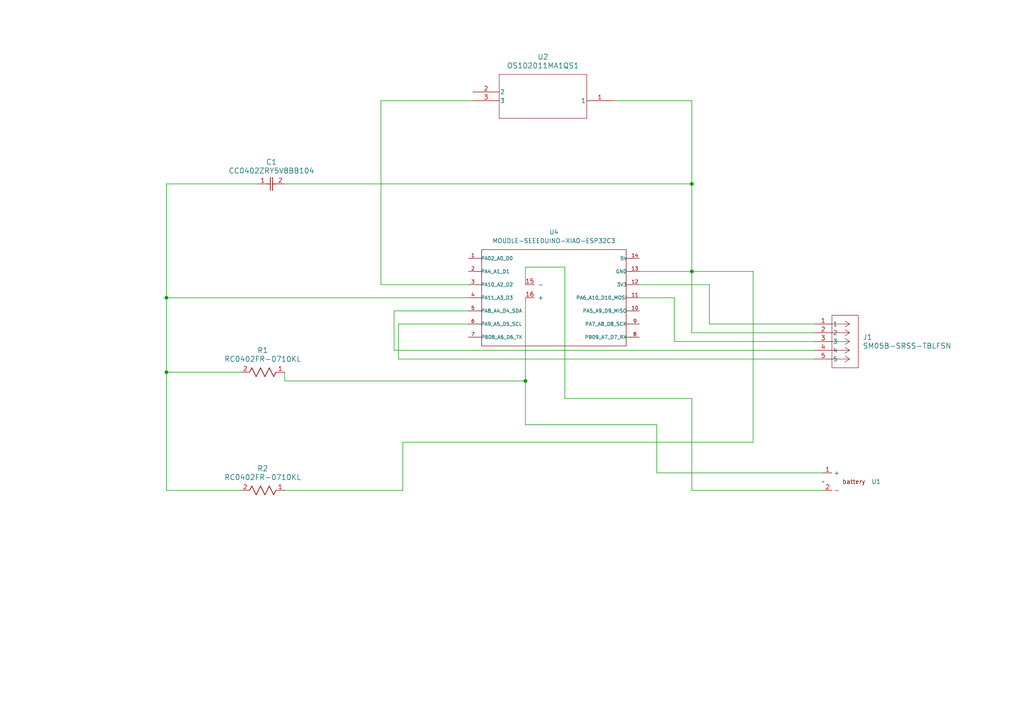
<source format=kicad_sch>
(kicad_sch (version 20230121) (generator eeschema)
  (paper "A4")
  (title_block (title "PCB-design"))
  (lib_symbols
    (symbol "2023-11-23_19-16-20:CC0402ZRY5V8BB104" (pin_names (offset 0.254))
      (property "Reference" "C" (at 3.81 3.81 0))
      (property "Value" "CC0402ZRY5V8BB104" (at 3.81 -3.81 0))
      (symbol "CC0402ZRY5V8BB104_1_1"
        (polyline (pts (xy 2.54 0) (xy 3.4798 0)) (stroke (width 0.2032)))
        (polyline (pts (xy 3.4798 -1.905) (xy 3.4798 1.905)) (stroke (width 0.2032)))
        (polyline (pts (xy 4.1148 -1.905) (xy 4.1148 1.905)) (stroke (width 0.2032)))
        (polyline (pts (xy 4.1148 0) (xy 5.08 0)) (stroke (width 0.2032)))
        (pin unspecified line (at 0 0 0) (length 2.54) (name "") (number "1"))
        (pin unspecified line (at 7.62 0 180) (length 2.54) (name "") (number "2"))
      )
      (symbol "CC0402ZRY5V8BB104_1_2"
        (polyline (pts (xy -1.905 -4.1148) (xy 1.905 -4.1148)) (stroke (width 0.2032)))
        (polyline (pts (xy -1.905 -3.4798) (xy 1.905 -3.4798)) (stroke (width 0.2032)))
        (polyline (pts (xy 0 -4.1148) (xy 0 -5.08)) (stroke (width 0.2032)))
        (polyline (pts (xy 0 -2.54) (xy 0 -3.4798)) (stroke (width 0.2032)))
        (pin unspecified line (at 0 0 270) (length 2.54) (name "") (number "1"))
        (pin unspecified line (at 0 -7.62 90) (length 2.54) (name "") (number "2"))
      )
    )
    (symbol "2023-11-23_19-25-58:RC0402FR-0710KL" (pin_names (offset 0.254))
      (property "Reference" "R" (at 5.715 3.81 0))
      (property "Value" "RC0402FR-0710KL" (at 6.35 -3.81 0))
      (symbol "RC0402FR-0710KL_1_1"
        (polyline (pts (xy 2.54 0) (xy 3.175 1.27)) (stroke (width 0.2032)))
        (polyline (pts (xy 3.175 1.27) (xy 4.445 -1.27)) (stroke (width 0.2032)))
        (polyline (pts (xy 4.445 -1.27) (xy 5.715 1.27)) (stroke (width 0.2032)))
        (polyline (pts (xy 5.715 1.27) (xy 6.985 -1.27)) (stroke (width 0.2032)))
        (polyline (pts (xy 6.985 -1.27) (xy 8.255 1.27)) (stroke (width 0.2032)))
        (polyline (pts (xy 8.255 1.27) (xy 9.525 -1.27)) (stroke (width 0.2032)))
        (polyline (pts (xy 9.525 -1.27) (xy 10.16 0)) (stroke (width 0.2032)))
        (pin unspecified line (at 12.7 0 180) (length 2.54) (name "") (number "1"))
        (pin unspecified line (at 0 0 0) (length 2.54) (name "") (number "2"))
      )
      (symbol "RC0402FR-0710KL_1_2"
        (polyline (pts (xy -1.27 3.175) (xy 1.27 4.445)) (stroke (width 0.2032)))
        (polyline (pts (xy -1.27 5.715) (xy 1.27 6.985)) (stroke (width 0.2032)))
        (polyline (pts (xy -1.27 8.255) (xy 1.27 9.525)) (stroke (width 0.2032)))
        (polyline (pts (xy 0 2.54) (xy -1.27 3.175)) (stroke (width 0.2032)))
        (polyline (pts (xy 1.27 4.445) (xy -1.27 5.715)) (stroke (width 0.2032)))
        (polyline (pts (xy 1.27 6.985) (xy -1.27 8.255)) (stroke (width 0.2032)))
        (polyline (pts (xy 1.27 9.525) (xy 0 10.16)) (stroke (width 0.2032)))
        (pin unspecified line (at 0 12.7 270) (length 2.54) (name "") (number "1"))
        (pin unspecified line (at 0 0 90) (length 2.54) (name "") (number "2"))
      )
    )
    (symbol "2023-11-23_19-58-11:OS102011MA1QS1" (pin_names (offset 0.254))
      (property "Reference" "U" (at 20.32 10.16 0))
      (property "Value" "OS102011MA1QS1" (at 20.32 7.62 0))
      (symbol "OS102011MA1QS1_0_1"
        (polyline (pts (xy 7.62 -7.62) (xy 33.02 -7.62)) (stroke (width 0.127)))
        (polyline (pts (xy 7.62 5.08) (xy 7.62 -7.62)) (stroke (width 0.127)))
        (polyline (pts (xy 33.02 -7.62) (xy 33.02 5.08)) (stroke (width 0.127)))
        (polyline (pts (xy 33.02 5.08) (xy 7.62 5.08)) (stroke (width 0.127)))
        (pin unspecified line (at 0 0 0) (length 7.62) (name "1") (number "1"))
        (pin unspecified line (at 40.64 -2.54 180) (length 7.62) (name "2") (number "2"))
        (pin unspecified line (at 40.64 0 180) (length 7.62) (name "3") (number "3"))
      )
    )
    (symbol "MOUDLE-SEEEDUINO-XIAO-ESP32C3-2:MOUDLE-SEEEDUINO-XIAO-ESP32C3" (pin_names (offset 1.016))
      (property "Reference" "U4" (at -0.635 19.05 0))
      (property "Value" "MOUDLE-SEEEDUINO-XIAO-ESP32C3" (at -0.635 16.51 0))
      (symbol "MOUDLE-SEEEDUINO-XIAO-ESP32C3_0_0"
        (polyline (pts (xy -21.59 -13.97) (xy -21.59 0)) (stroke (width 0.1524)))
        (polyline (pts (xy -21.59 -11.43) (xy -22.86 -11.43)) (stroke (width 0.1524)))
        (polyline (pts (xy -21.59 -7.62) (xy -22.86 -7.62)) (stroke (width 0.1524)))
        (polyline (pts (xy -21.59 -3.81) (xy -22.86 -3.81)) (stroke (width 0.1524)))
        (polyline (pts (xy -21.59 0) (xy -22.86 0)) (stroke (width 0.1524)))
        (polyline (pts (xy -21.59 0) (xy -21.59 3.81)) (stroke (width 0.1524)))
        (polyline (pts (xy -21.59 3.81) (xy -22.86 3.81)) (stroke (width 0.1524)))
        (polyline (pts (xy -21.59 3.81) (xy -21.59 7.62)) (stroke (width 0.1524)))
        (polyline (pts (xy -21.59 7.62) (xy -22.86 7.62)) (stroke (width 0.1524)))
        (polyline (pts (xy -21.59 7.62) (xy -21.59 11.43)) (stroke (width 0.1524)))
        (polyline (pts (xy -21.59 11.43) (xy -22.86 11.43)) (stroke (width 0.1524)))
        (polyline (pts (xy -21.59 11.43) (xy -21.59 13.97)) (stroke (width 0.1524)))
        (polyline (pts (xy -21.59 13.97) (xy 20.32 13.97)) (stroke (width 0.1524)))
        (polyline (pts (xy 20.32 -13.97) (xy -21.59 -13.97)) (stroke (width 0.1524)))
        (polyline (pts (xy 20.32 3.81) (xy 20.32 -13.97)) (stroke (width 0.1524)))
        (polyline (pts (xy 20.32 7.62) (xy 20.32 3.81)) (stroke (width 0.1524)))
        (polyline (pts (xy 20.32 11.43) (xy 20.32 7.62)) (stroke (width 0.1524)))
        (polyline (pts (xy 20.32 13.97) (xy 20.32 11.43)) (stroke (width 0.1524)))
        (polyline (pts (xy 21.59 -11.43) (xy 20.32 -11.43)) (stroke (width 0.1524)))
        (polyline (pts (xy 21.59 -7.62) (xy 20.32 -7.62)) (stroke (width 0.1524)))
        (polyline (pts (xy 21.59 -3.81) (xy 20.32 -3.81)) (stroke (width 0.1524)))
        (polyline (pts (xy 21.59 0) (xy 20.32 0)) (stroke (width 0.1524)))
        (polyline (pts (xy 21.59 3.81) (xy 20.32 3.81)) (stroke (width 0.1524)))
        (polyline (pts (xy 21.59 7.62) (xy 20.32 7.62)) (stroke (width 0.1524)))
        (polyline (pts (xy 21.59 11.43) (xy 20.32 11.43)) (stroke (width 0.1524)))
        (pin bidirectional line (at -25.4 11.43 0) (length 2.54) (name "PA02_A0_D0") (number "1"))
        (pin bidirectional line (at 24.13 -3.81 180) (length 2.54) (name "PA5_A9_D9_MISO") (number "10"))
        (pin bidirectional line (at 24.13 0 180) (length 2.54) (name "PA6_A10_D10_MOSI") (number "11"))
        (pin bidirectional line (at 24.13 3.81 180) (length 2.54) (name "3V3") (number "12"))
        (pin bidirectional line (at 24.13 7.62 180) (length 2.54) (name "GND") (number "13"))
        (pin bidirectional line (at 24.13 11.43 180) (length 2.54) (name "5V") (number "14"))
        (pin bidirectional line (at -25.4 7.62 0) (length 2.54) (name "PA4_A1_D1") (number "2"))
        (pin bidirectional line (at -25.4 3.81 0) (length 2.54) (name "PA10_A2_D2") (number "3"))
        (pin bidirectional line (at -25.4 0 0) (length 2.54) (name "PA11_A3_D3") (number "4"))
        (pin bidirectional line (at -25.4 -3.81 0) (length 2.54) (name "PA8_A4_D4_SDA") (number "5"))
        (pin bidirectional line (at -25.4 -7.62 0) (length 2.54) (name "PA9_A5_D5_SCL") (number "6"))
        (pin bidirectional line (at -25.4 -11.43 0) (length 2.54) (name "PB08_A6_D6_TX") (number "7"))
        (pin bidirectional line (at 24.13 -11.43 180) (length 2.54) (name "PB09_A7_D7_RX") (number "8"))
        (pin bidirectional line (at 24.13 -7.62 180) (length 2.54) (name "PA7_A8_D8_SCK") (number "9"))
      )
      (symbol "MOUDLE-SEEEDUINO-XIAO-ESP32C3_1_1"
        (pin power_in line (at -8.89 3.81 0) (length 2.54) (name "-") (number "15"))
        (pin power_in line (at -8.89 0 0) (length 2.54) (name "+") (number "16"))
      )
    )
    (symbol "SM05B-SRSS-TB-LF-SN-:SM05B-SRSS-TBLFSN" (pin_names (offset 0.254))
      (property "Reference" "J" (at 8.89 6.35 0))
      (property "Value" "SM05B-SRSS-TBLFSN" (at 0 0 0))
      (symbol "SM05B-SRSS-TBLFSN_1_1"
        (polyline (pts (xy 5.08 -12.7) (xy 12.7 -12.7)) (stroke (width 0.127)))
        (polyline (pts (xy 5.08 2.54) (xy 5.08 -12.7)) (stroke (width 0.127)))
        (polyline (pts (xy 10.16 -10.16) (xy 5.08 -10.16)) (stroke (width 0.127)))
        (polyline (pts (xy 10.16 -10.16) (xy 8.89 -11.0067)) (stroke (width 0.127)))
        (polyline (pts (xy 10.16 -10.16) (xy 8.89 -9.3133)) (stroke (width 0.127)))
        (polyline (pts (xy 10.16 -7.62) (xy 5.08 -7.62)) (stroke (width 0.127)))
        (polyline (pts (xy 10.16 -7.62) (xy 8.89 -8.4667)) (stroke (width 0.127)))
        (polyline (pts (xy 10.16 -7.62) (xy 8.89 -6.7733)) (stroke (width 0.127)))
        (polyline (pts (xy 10.16 -5.08) (xy 5.08 -5.08)) (stroke (width 0.127)))
        (polyline (pts (xy 10.16 -5.08) (xy 8.89 -5.9267)) (stroke (width 0.127)))
        (polyline (pts (xy 10.16 -5.08) (xy 8.89 -4.2333)) (stroke (width 0.127)))
        (polyline (pts (xy 10.16 -2.54) (xy 5.08 -2.54)) (stroke (width 0.127)))
        (polyline (pts (xy 10.16 -2.54) (xy 8.89 -3.3867)) (stroke (width 0.127)))
        (polyline (pts (xy 10.16 -2.54) (xy 8.89 -1.6933)) (stroke (width 0.127)))
        (polyline (pts (xy 10.16 0) (xy 5.08 0)) (stroke (width 0.127)))
        (polyline (pts (xy 10.16 0) (xy 8.89 -0.8467)) (stroke (width 0.127)))
        (polyline (pts (xy 10.16 0) (xy 8.89 0.8467)) (stroke (width 0.127)))
        (polyline (pts (xy 12.7 -12.7) (xy 12.7 2.54)) (stroke (width 0.127)))
        (polyline (pts (xy 12.7 2.54) (xy 5.08 2.54)) (stroke (width 0.127)))
        (pin unspecified line (at 0 0 0) (length 5.08) (name "1") (number "1"))
        (pin unspecified line (at 0 -2.54 0) (length 5.08) (name "2") (number "2"))
        (pin unspecified line (at 0 -5.08 0) (length 5.08) (name "3") (number "3"))
        (pin unspecified line (at 0 -7.62 0) (length 5.08) (name "4") (number "4"))
        (pin unspecified line (at 0 -10.16 0) (length 5.08) (name "5") (number "5"))
      )
      (symbol "SM05B-SRSS-TBLFSN_1_2"
        (polyline (pts (xy 5.08 -12.7) (xy 12.7 -12.7)) (stroke (width 0.127)))
        (polyline (pts (xy 5.08 2.54) (xy 5.08 -12.7)) (stroke (width 0.127)))
        (polyline (pts (xy 7.62 -10.16) (xy 5.08 -10.16)) (stroke (width 0.127)))
        (polyline (pts (xy 7.62 -10.16) (xy 8.89 -11.0067)) (stroke (width 0.127)))
        (polyline (pts (xy 7.62 -10.16) (xy 8.89 -9.3133)) (stroke (width 0.127)))
        (polyline (pts (xy 7.62 -7.62) (xy 5.08 -7.62)) (stroke (width 0.127)))
        (polyline (pts (xy 7.62 -7.62) (xy 8.89 -8.4667)) (stroke (width 0.127)))
        (polyline (pts (xy 7.62 -7.62) (xy 8.89 -6.7733)) (stroke (width 0.127)))
        (polyline (pts (xy 7.62 -5.08) (xy 5.08 -5.08)) (stroke (width 0.127)))
        (polyline (pts (xy 7.62 -5.08) (xy 8.89 -5.9267)) (stroke (width 0.127)))
        (polyline (pts (xy 7.62 -5.08) (xy 8.89 -4.2333)) (stroke (width 0.127)))
        (polyline (pts (xy 7.62 -2.54) (xy 5.08 -2.54)) (stroke (width 0.127)))
        (polyline (pts (xy 7.62 -2.54) (xy 8.89 -3.3867)) (stroke (width 0.127)))
        (polyline (pts (xy 7.62 -2.54) (xy 8.89 -1.6933)) (stroke (width 0.127)))
        (polyline (pts (xy 7.62 0) (xy 5.08 0)) (stroke (width 0.127)))
        (polyline (pts (xy 7.62 0) (xy 8.89 -0.8467)) (stroke (width 0.127)))
        (polyline (pts (xy 7.62 0) (xy 8.89 0.8467)) (stroke (width 0.127)))
        (polyline (pts (xy 12.7 -12.7) (xy 12.7 2.54)) (stroke (width 0.127)))
        (polyline (pts (xy 12.7 2.54) (xy 5.08 2.54)) (stroke (width 0.127)))
        (pin unspecified line (at 0 0 0) (length 5.08) (name "1") (number "1"))
        (pin unspecified line (at 0 -2.54 0) (length 5.08) (name "2") (number "2"))
        (pin unspecified line (at 0 -5.08 0) (length 5.08) (name "3") (number "3"))
        (pin unspecified line (at 0 -7.62 0) (length 5.08) (name "4") (number "4"))
        (pin unspecified line (at 0 -10.16 0) (length 5.08) (name "5") (number "5"))
      )
    )
    (symbol "my_custom_symbol_library:pcb-battery-connector"
      (property "Reference" "U1" (at 13.97 0 0))
      (property "Value" "~" (at 0 0 0))
      (symbol "pcb-battery-connector_1_1"
        (text "battery" (at 8.89 0 0) (effects (font (size 1.27 1.27))))
        (pin power_in line (at 0 2.54 0) (length 2.54) (name "+") (number "1"))
        (pin power_in line (at 0 -2.54 0) (length 2.54) (name "-") (number "2"))
      )
    )
  )
  (junction (at 48.26 107.95))
  (junction (at 152.4 110.49))
  (junction (at 200.66 78.74))
  (junction (at 200.66 53.34))
  (junction (at 48.26 86.36))
  (wire (pts (xy 48.26 86.36) (xy 48.26 107.95)))
  (wire (pts (xy 195.58 99.06) (xy 236.22 99.06)))
  (wire (pts (xy 116.84 142.24) (xy 116.84 128.27)))
  (wire (pts (xy 114.3 90.17) (xy 114.3 101.6)))
  (wire (pts (xy 115.57 104.14) (xy 115.57 93.98)))
  (wire (pts (xy 152.4 82.55) (xy 152.4 77.47)))
  (wire (pts (xy 48.26 53.34) (xy 48.26 86.36)))
  (wire (pts (xy 116.84 128.27) (xy 218.44 128.27)))
  (wire (pts (xy 48.26 107.95) (xy 69.85 107.95)))
  (wire (pts (xy 152.4 77.47) (xy 163.83 77.47)))
  (wire (pts (xy 200.66 29.21) (xy 200.66 53.34)))
  (wire (pts (xy 200.66 142.24) (xy 238.76 142.24)))
  (wire (pts (xy 110.49 29.21) (xy 137.16 29.21)))
  (wire (pts (xy 205.74 82.55) (xy 205.74 93.98)))
  (wire (pts (xy 82.55 110.49) (xy 82.55 107.95)))
  (wire (pts (xy 48.26 142.24) (xy 48.26 107.95)))
  (wire (pts (xy 185.42 82.55) (xy 205.74 82.55)))
  (wire (pts (xy 48.26 53.34) (xy 74.93 53.34)))
  (wire (pts (xy 69.85 142.24) (xy 48.26 142.24)))
  (wire (pts (xy 218.44 78.74) (xy 200.66 78.74)))
  (wire (pts (xy 190.5 123.19) (xy 152.4 123.19)))
  (wire (pts (xy 114.3 101.6) (xy 236.22 101.6)))
  (wire (pts (xy 163.83 115.57) (xy 163.83 77.47)))
  (wire (pts (xy 205.74 93.98) (xy 236.22 93.98)))
  (wire (pts (xy 152.4 86.36) (xy 152.4 110.49)))
  (wire (pts (xy 190.5 123.19) (xy 190.5 137.16)))
  (wire (pts (xy 135.89 82.55) (xy 110.49 82.55)))
  (wire (pts (xy 110.49 29.21) (xy 110.49 82.55)))
  (wire (pts (xy 82.55 53.34) (xy 200.66 53.34)))
  (wire (pts (xy 48.26 86.36) (xy 135.89 86.36)))
  (wire (pts (xy 185.42 78.74) (xy 200.66 78.74)))
  (wire (pts (xy 115.57 104.14) (xy 236.22 104.14)))
  (wire (pts (xy 218.44 128.27) (xy 218.44 78.74)))
  (wire (pts (xy 163.83 115.57) (xy 200.66 115.57)))
  (wire (pts (xy 177.8 29.21) (xy 200.66 29.21)))
  (wire (pts (xy 200.66 96.52) (xy 236.22 96.52)))
  (wire (pts (xy 152.4 110.49) (xy 152.4 123.19)))
  (wire (pts (xy 115.57 93.98) (xy 135.89 93.98)))
  (wire (pts (xy 200.66 53.34) (xy 200.66 78.74)))
  (wire (pts (xy 190.5 137.16) (xy 238.76 137.16)))
  (wire (pts (xy 200.66 115.57) (xy 200.66 142.24)))
  (wire (pts (xy 185.42 86.36) (xy 195.58 86.36)))
  (wire (pts (xy 200.66 96.52) (xy 200.66 78.74)))
  (wire (pts (xy 82.55 110.49) (xy 152.4 110.49)))
  (wire (pts (xy 82.55 142.24) (xy 116.84 142.24)))
  (wire (pts (xy 195.58 86.36) (xy 195.58 99.06)))
  (wire (pts (xy 114.3 90.17) (xy 135.89 90.17)))
  (symbol (lib_id "MOUDLE-SEEEDUINO-XIAO-ESP32C3-2:MOUDLE-SEEEDUINO-XIAO-ESP32C3") (at 161.29 86.36 0) (unit 1)
    (property "Reference" "U4" (at 160.655 67.31 0))
    (property "Value" "MOUDLE-SEEEDUINO-XIAO-ESP32C3" (at 160.655 69.85 0))
    (property "Footprint" "MOUDLE14P-SMD-2.54-21X17.8MM" (effects hide))
  )
  (symbol (lib_id "2023-11-23_19-25-58:RC0402FR-0710KL") (at 69.85 142.24 0) (unit 1)
    (property "Reference" "R2" (at 76.2 135.89 0) (effects (font (size 1.524 1.524))))
    (property "Value" "RC0402FR-0710KL" (at 76.2 138.43 0) (effects (font (size 1.524 1.524))))
    (property "Footprint" "RC0402N_YAG" (effects hide))
    (property "Datasheet" "RC0402FR-0710KL" (effects hide))
  )
  (symbol (lib_id "my_custom_symbol_library:pcb-battery-connector") (at 238.76 139.7 0) (unit 1)
    (property "Reference" "U1" (at 252.73 139.7 0) (effects (justify left)))
    (property "Value" "~" (at 238.76 139.7 0))
    (property "Footprint" "my_custom_footprint_library:battery-xiao-esp32c3" (effects hide))
  )
  (symbol (lib_id "2023-11-23_19-16-20:CC0402ZRY5V8BB104") (at 74.93 53.34 0) (unit 1)
    (property "Reference" "C1" (at 78.74 46.99 0) (effects (font (size 1.524 1.524))))
    (property "Value" "CC0402ZRY5V8BB104" (at 78.74 49.53 0) (effects (font (size 1.524 1.524))))
    (property "Footprint" "YAG_CC0402_YAG" (effects hide))
    (property "Datasheet" "CC0402ZRY5V8BB104" (effects hide))
  )
  (symbol (lib_id "SM05B-SRSS-TB-LF-SN-:SM05B-SRSS-TBLFSN") (at 236.22 93.98 0) (unit 1)
    (property "Reference" "J1" (at 250.19 97.79 0) (effects (font (size 1.524 1.524)) (justify left)))
    (property "Value" "SM05B-SRSS-TBLFSN" (at 250.19 100.33 0) (effects (font (size 1.524 1.524)) (justify left)))
    (property "Footprint" "CONN5_SM05B-SRSS_JST" (effects hide))
    (property "Datasheet" "SM05B-SRSS-TBLFSN" (effects hide))
  )
  (symbol (lib_id "2023-11-23_19-58-11:OS102011MA1QS1") (at 177.8 29.21 180) (unit 1)
    (property "Reference" "U2" (at 157.48 16.51 0) (effects (font (size 1.524 1.524))))
    (property "Value" "OS102011MA1QS1" (at 157.48 19.05 0) (effects (font (size 1.524 1.524))))
    (property "Footprint" "SWITCH_11MA1QS1" (effects hide))
    (property "Datasheet" "OS102011MA1QS1" (effects hide))
  )
  (symbol (lib_id "2023-11-23_19-25-58:RC0402FR-0710KL") (at 69.85 107.95 0) (unit 1)
    (property "Reference" "R1" (at 76.2 101.6 0) (effects (font (size 1.524 1.524))))
    (property "Value" "RC0402FR-0710KL" (at 76.2 104.14 0) (effects (font (size 1.524 1.524))))
    (property "Footprint" "RC0402N_YAG" (effects hide))
    (property "Datasheet" "RC0402FR-0710KL" (effects hide))
  )
)
</source>
